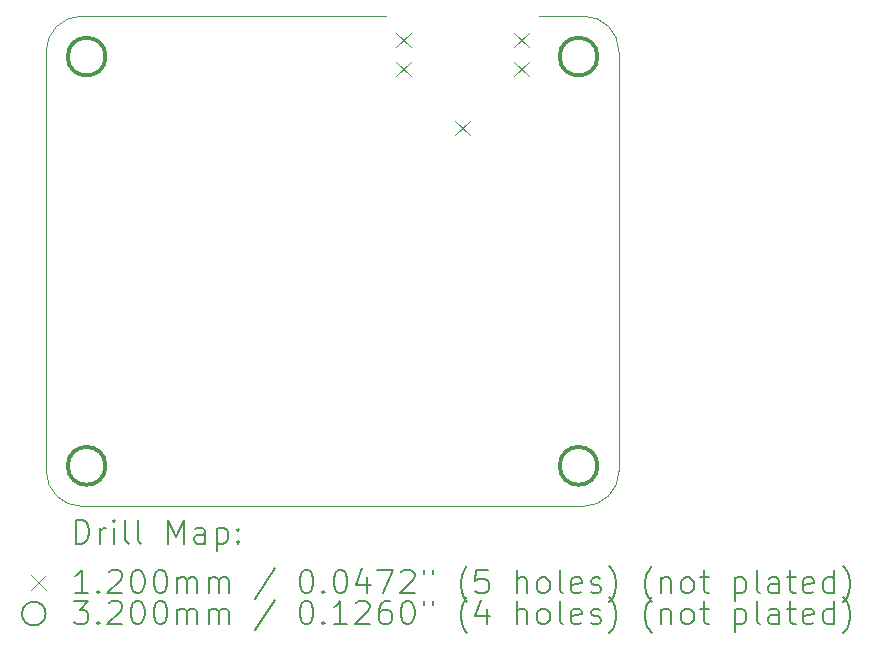
<source format=gbr>
%TF.GenerationSoftware,KiCad,Pcbnew,(6.0.7-1)-1*%
%TF.CreationDate,2022-08-15T15:40:16-06:00*%
%TF.ProjectId,led_modulator,6c65645f-6d6f-4647-956c-61746f722e6b,rev?*%
%TF.SameCoordinates,Original*%
%TF.FileFunction,Drillmap*%
%TF.FilePolarity,Positive*%
%FSLAX45Y45*%
G04 Gerber Fmt 4.5, Leading zero omitted, Abs format (unit mm)*
G04 Created by KiCad (PCBNEW (6.0.7-1)-1) date 2022-08-15 15:40:16*
%MOMM*%
%LPD*%
G01*
G04 APERTURE LIST*
%ADD10C,0.100000*%
%ADD11C,0.200000*%
%ADD12C,0.120000*%
%ADD13C,0.320000*%
G04 APERTURE END LIST*
D10*
X16050000Y-10900000D02*
G75*
G03*
X15750000Y-10600000I-300000J0D01*
G01*
X11200000Y-14450000D02*
G75*
G03*
X11500000Y-14750000I300000J0D01*
G01*
X11500000Y-10600000D02*
X14075000Y-10600000D01*
X11500000Y-10600000D02*
G75*
G03*
X11200000Y-10900000I0J-300000D01*
G01*
X15750000Y-14750000D02*
G75*
G03*
X16050000Y-14450000I0J300000D01*
G01*
X16050000Y-10900000D02*
X16050000Y-14450000D01*
X11200000Y-14450000D02*
X11200000Y-10900000D01*
X15750000Y-14750000D02*
X11500000Y-14750000D01*
X15375000Y-10600000D02*
X15750000Y-10600000D01*
D11*
D12*
X14165000Y-10740000D02*
X14285000Y-10860000D01*
X14285000Y-10740000D02*
X14165000Y-10860000D01*
X14165000Y-10990000D02*
X14285000Y-11110000D01*
X14285000Y-10990000D02*
X14165000Y-11110000D01*
X14665000Y-11490000D02*
X14785000Y-11610000D01*
X14785000Y-11490000D02*
X14665000Y-11610000D01*
X15165000Y-10740000D02*
X15285000Y-10860000D01*
X15285000Y-10740000D02*
X15165000Y-10860000D01*
X15165000Y-10990000D02*
X15285000Y-11110000D01*
X15285000Y-10990000D02*
X15165000Y-11110000D01*
D13*
X11702500Y-10942500D02*
G75*
G03*
X11702500Y-10942500I-160000J0D01*
G01*
X11702500Y-14407500D02*
G75*
G03*
X11702500Y-14407500I-160000J0D01*
G01*
X15867500Y-10942500D02*
G75*
G03*
X15867500Y-10942500I-160000J0D01*
G01*
X15867500Y-14407500D02*
G75*
G03*
X15867500Y-14407500I-160000J0D01*
G01*
D11*
X11452619Y-15065476D02*
X11452619Y-14865476D01*
X11500238Y-14865476D01*
X11528809Y-14875000D01*
X11547857Y-14894048D01*
X11557381Y-14913095D01*
X11566905Y-14951190D01*
X11566905Y-14979762D01*
X11557381Y-15017857D01*
X11547857Y-15036905D01*
X11528809Y-15055952D01*
X11500238Y-15065476D01*
X11452619Y-15065476D01*
X11652619Y-15065476D02*
X11652619Y-14932143D01*
X11652619Y-14970238D02*
X11662143Y-14951190D01*
X11671667Y-14941667D01*
X11690714Y-14932143D01*
X11709762Y-14932143D01*
X11776428Y-15065476D02*
X11776428Y-14932143D01*
X11776428Y-14865476D02*
X11766905Y-14875000D01*
X11776428Y-14884524D01*
X11785952Y-14875000D01*
X11776428Y-14865476D01*
X11776428Y-14884524D01*
X11900238Y-15065476D02*
X11881190Y-15055952D01*
X11871667Y-15036905D01*
X11871667Y-14865476D01*
X12005000Y-15065476D02*
X11985952Y-15055952D01*
X11976428Y-15036905D01*
X11976428Y-14865476D01*
X12233571Y-15065476D02*
X12233571Y-14865476D01*
X12300238Y-15008333D01*
X12366905Y-14865476D01*
X12366905Y-15065476D01*
X12547857Y-15065476D02*
X12547857Y-14960714D01*
X12538333Y-14941667D01*
X12519286Y-14932143D01*
X12481190Y-14932143D01*
X12462143Y-14941667D01*
X12547857Y-15055952D02*
X12528809Y-15065476D01*
X12481190Y-15065476D01*
X12462143Y-15055952D01*
X12452619Y-15036905D01*
X12452619Y-15017857D01*
X12462143Y-14998809D01*
X12481190Y-14989286D01*
X12528809Y-14989286D01*
X12547857Y-14979762D01*
X12643095Y-14932143D02*
X12643095Y-15132143D01*
X12643095Y-14941667D02*
X12662143Y-14932143D01*
X12700238Y-14932143D01*
X12719286Y-14941667D01*
X12728809Y-14951190D01*
X12738333Y-14970238D01*
X12738333Y-15027381D01*
X12728809Y-15046428D01*
X12719286Y-15055952D01*
X12700238Y-15065476D01*
X12662143Y-15065476D01*
X12643095Y-15055952D01*
X12824048Y-15046428D02*
X12833571Y-15055952D01*
X12824048Y-15065476D01*
X12814524Y-15055952D01*
X12824048Y-15046428D01*
X12824048Y-15065476D01*
X12824048Y-14941667D02*
X12833571Y-14951190D01*
X12824048Y-14960714D01*
X12814524Y-14951190D01*
X12824048Y-14941667D01*
X12824048Y-14960714D01*
D12*
X11075000Y-15335000D02*
X11195000Y-15455000D01*
X11195000Y-15335000D02*
X11075000Y-15455000D01*
D11*
X11557381Y-15485476D02*
X11443095Y-15485476D01*
X11500238Y-15485476D02*
X11500238Y-15285476D01*
X11481190Y-15314048D01*
X11462143Y-15333095D01*
X11443095Y-15342619D01*
X11643095Y-15466428D02*
X11652619Y-15475952D01*
X11643095Y-15485476D01*
X11633571Y-15475952D01*
X11643095Y-15466428D01*
X11643095Y-15485476D01*
X11728809Y-15304524D02*
X11738333Y-15295000D01*
X11757381Y-15285476D01*
X11805000Y-15285476D01*
X11824048Y-15295000D01*
X11833571Y-15304524D01*
X11843095Y-15323571D01*
X11843095Y-15342619D01*
X11833571Y-15371190D01*
X11719286Y-15485476D01*
X11843095Y-15485476D01*
X11966905Y-15285476D02*
X11985952Y-15285476D01*
X12005000Y-15295000D01*
X12014524Y-15304524D01*
X12024048Y-15323571D01*
X12033571Y-15361667D01*
X12033571Y-15409286D01*
X12024048Y-15447381D01*
X12014524Y-15466428D01*
X12005000Y-15475952D01*
X11985952Y-15485476D01*
X11966905Y-15485476D01*
X11947857Y-15475952D01*
X11938333Y-15466428D01*
X11928809Y-15447381D01*
X11919286Y-15409286D01*
X11919286Y-15361667D01*
X11928809Y-15323571D01*
X11938333Y-15304524D01*
X11947857Y-15295000D01*
X11966905Y-15285476D01*
X12157381Y-15285476D02*
X12176428Y-15285476D01*
X12195476Y-15295000D01*
X12205000Y-15304524D01*
X12214524Y-15323571D01*
X12224048Y-15361667D01*
X12224048Y-15409286D01*
X12214524Y-15447381D01*
X12205000Y-15466428D01*
X12195476Y-15475952D01*
X12176428Y-15485476D01*
X12157381Y-15485476D01*
X12138333Y-15475952D01*
X12128809Y-15466428D01*
X12119286Y-15447381D01*
X12109762Y-15409286D01*
X12109762Y-15361667D01*
X12119286Y-15323571D01*
X12128809Y-15304524D01*
X12138333Y-15295000D01*
X12157381Y-15285476D01*
X12309762Y-15485476D02*
X12309762Y-15352143D01*
X12309762Y-15371190D02*
X12319286Y-15361667D01*
X12338333Y-15352143D01*
X12366905Y-15352143D01*
X12385952Y-15361667D01*
X12395476Y-15380714D01*
X12395476Y-15485476D01*
X12395476Y-15380714D02*
X12405000Y-15361667D01*
X12424048Y-15352143D01*
X12452619Y-15352143D01*
X12471667Y-15361667D01*
X12481190Y-15380714D01*
X12481190Y-15485476D01*
X12576428Y-15485476D02*
X12576428Y-15352143D01*
X12576428Y-15371190D02*
X12585952Y-15361667D01*
X12605000Y-15352143D01*
X12633571Y-15352143D01*
X12652619Y-15361667D01*
X12662143Y-15380714D01*
X12662143Y-15485476D01*
X12662143Y-15380714D02*
X12671667Y-15361667D01*
X12690714Y-15352143D01*
X12719286Y-15352143D01*
X12738333Y-15361667D01*
X12747857Y-15380714D01*
X12747857Y-15485476D01*
X13138333Y-15275952D02*
X12966905Y-15533095D01*
X13395476Y-15285476D02*
X13414524Y-15285476D01*
X13433571Y-15295000D01*
X13443095Y-15304524D01*
X13452619Y-15323571D01*
X13462143Y-15361667D01*
X13462143Y-15409286D01*
X13452619Y-15447381D01*
X13443095Y-15466428D01*
X13433571Y-15475952D01*
X13414524Y-15485476D01*
X13395476Y-15485476D01*
X13376428Y-15475952D01*
X13366905Y-15466428D01*
X13357381Y-15447381D01*
X13347857Y-15409286D01*
X13347857Y-15361667D01*
X13357381Y-15323571D01*
X13366905Y-15304524D01*
X13376428Y-15295000D01*
X13395476Y-15285476D01*
X13547857Y-15466428D02*
X13557381Y-15475952D01*
X13547857Y-15485476D01*
X13538333Y-15475952D01*
X13547857Y-15466428D01*
X13547857Y-15485476D01*
X13681190Y-15285476D02*
X13700238Y-15285476D01*
X13719286Y-15295000D01*
X13728809Y-15304524D01*
X13738333Y-15323571D01*
X13747857Y-15361667D01*
X13747857Y-15409286D01*
X13738333Y-15447381D01*
X13728809Y-15466428D01*
X13719286Y-15475952D01*
X13700238Y-15485476D01*
X13681190Y-15485476D01*
X13662143Y-15475952D01*
X13652619Y-15466428D01*
X13643095Y-15447381D01*
X13633571Y-15409286D01*
X13633571Y-15361667D01*
X13643095Y-15323571D01*
X13652619Y-15304524D01*
X13662143Y-15295000D01*
X13681190Y-15285476D01*
X13919286Y-15352143D02*
X13919286Y-15485476D01*
X13871667Y-15275952D02*
X13824048Y-15418809D01*
X13947857Y-15418809D01*
X14005000Y-15285476D02*
X14138333Y-15285476D01*
X14052619Y-15485476D01*
X14205000Y-15304524D02*
X14214524Y-15295000D01*
X14233571Y-15285476D01*
X14281190Y-15285476D01*
X14300238Y-15295000D01*
X14309762Y-15304524D01*
X14319286Y-15323571D01*
X14319286Y-15342619D01*
X14309762Y-15371190D01*
X14195476Y-15485476D01*
X14319286Y-15485476D01*
X14395476Y-15285476D02*
X14395476Y-15323571D01*
X14471667Y-15285476D02*
X14471667Y-15323571D01*
X14766905Y-15561667D02*
X14757381Y-15552143D01*
X14738333Y-15523571D01*
X14728809Y-15504524D01*
X14719286Y-15475952D01*
X14709762Y-15428333D01*
X14709762Y-15390238D01*
X14719286Y-15342619D01*
X14728809Y-15314048D01*
X14738333Y-15295000D01*
X14757381Y-15266428D01*
X14766905Y-15256905D01*
X14938333Y-15285476D02*
X14843095Y-15285476D01*
X14833571Y-15380714D01*
X14843095Y-15371190D01*
X14862143Y-15361667D01*
X14909762Y-15361667D01*
X14928809Y-15371190D01*
X14938333Y-15380714D01*
X14947857Y-15399762D01*
X14947857Y-15447381D01*
X14938333Y-15466428D01*
X14928809Y-15475952D01*
X14909762Y-15485476D01*
X14862143Y-15485476D01*
X14843095Y-15475952D01*
X14833571Y-15466428D01*
X15185952Y-15485476D02*
X15185952Y-15285476D01*
X15271667Y-15485476D02*
X15271667Y-15380714D01*
X15262143Y-15361667D01*
X15243095Y-15352143D01*
X15214524Y-15352143D01*
X15195476Y-15361667D01*
X15185952Y-15371190D01*
X15395476Y-15485476D02*
X15376428Y-15475952D01*
X15366905Y-15466428D01*
X15357381Y-15447381D01*
X15357381Y-15390238D01*
X15366905Y-15371190D01*
X15376428Y-15361667D01*
X15395476Y-15352143D01*
X15424048Y-15352143D01*
X15443095Y-15361667D01*
X15452619Y-15371190D01*
X15462143Y-15390238D01*
X15462143Y-15447381D01*
X15452619Y-15466428D01*
X15443095Y-15475952D01*
X15424048Y-15485476D01*
X15395476Y-15485476D01*
X15576428Y-15485476D02*
X15557381Y-15475952D01*
X15547857Y-15456905D01*
X15547857Y-15285476D01*
X15728809Y-15475952D02*
X15709762Y-15485476D01*
X15671667Y-15485476D01*
X15652619Y-15475952D01*
X15643095Y-15456905D01*
X15643095Y-15380714D01*
X15652619Y-15361667D01*
X15671667Y-15352143D01*
X15709762Y-15352143D01*
X15728809Y-15361667D01*
X15738333Y-15380714D01*
X15738333Y-15399762D01*
X15643095Y-15418809D01*
X15814524Y-15475952D02*
X15833571Y-15485476D01*
X15871667Y-15485476D01*
X15890714Y-15475952D01*
X15900238Y-15456905D01*
X15900238Y-15447381D01*
X15890714Y-15428333D01*
X15871667Y-15418809D01*
X15843095Y-15418809D01*
X15824048Y-15409286D01*
X15814524Y-15390238D01*
X15814524Y-15380714D01*
X15824048Y-15361667D01*
X15843095Y-15352143D01*
X15871667Y-15352143D01*
X15890714Y-15361667D01*
X15966905Y-15561667D02*
X15976428Y-15552143D01*
X15995476Y-15523571D01*
X16005000Y-15504524D01*
X16014524Y-15475952D01*
X16024048Y-15428333D01*
X16024048Y-15390238D01*
X16014524Y-15342619D01*
X16005000Y-15314048D01*
X15995476Y-15295000D01*
X15976428Y-15266428D01*
X15966905Y-15256905D01*
X16328809Y-15561667D02*
X16319286Y-15552143D01*
X16300238Y-15523571D01*
X16290714Y-15504524D01*
X16281190Y-15475952D01*
X16271667Y-15428333D01*
X16271667Y-15390238D01*
X16281190Y-15342619D01*
X16290714Y-15314048D01*
X16300238Y-15295000D01*
X16319286Y-15266428D01*
X16328809Y-15256905D01*
X16405000Y-15352143D02*
X16405000Y-15485476D01*
X16405000Y-15371190D02*
X16414524Y-15361667D01*
X16433571Y-15352143D01*
X16462143Y-15352143D01*
X16481190Y-15361667D01*
X16490714Y-15380714D01*
X16490714Y-15485476D01*
X16614524Y-15485476D02*
X16595476Y-15475952D01*
X16585952Y-15466428D01*
X16576428Y-15447381D01*
X16576428Y-15390238D01*
X16585952Y-15371190D01*
X16595476Y-15361667D01*
X16614524Y-15352143D01*
X16643095Y-15352143D01*
X16662143Y-15361667D01*
X16671667Y-15371190D01*
X16681190Y-15390238D01*
X16681190Y-15447381D01*
X16671667Y-15466428D01*
X16662143Y-15475952D01*
X16643095Y-15485476D01*
X16614524Y-15485476D01*
X16738333Y-15352143D02*
X16814524Y-15352143D01*
X16766905Y-15285476D02*
X16766905Y-15456905D01*
X16776428Y-15475952D01*
X16795476Y-15485476D01*
X16814524Y-15485476D01*
X17033571Y-15352143D02*
X17033571Y-15552143D01*
X17033571Y-15361667D02*
X17052619Y-15352143D01*
X17090714Y-15352143D01*
X17109762Y-15361667D01*
X17119286Y-15371190D01*
X17128810Y-15390238D01*
X17128810Y-15447381D01*
X17119286Y-15466428D01*
X17109762Y-15475952D01*
X17090714Y-15485476D01*
X17052619Y-15485476D01*
X17033571Y-15475952D01*
X17243095Y-15485476D02*
X17224048Y-15475952D01*
X17214524Y-15456905D01*
X17214524Y-15285476D01*
X17405000Y-15485476D02*
X17405000Y-15380714D01*
X17395476Y-15361667D01*
X17376429Y-15352143D01*
X17338333Y-15352143D01*
X17319286Y-15361667D01*
X17405000Y-15475952D02*
X17385952Y-15485476D01*
X17338333Y-15485476D01*
X17319286Y-15475952D01*
X17309762Y-15456905D01*
X17309762Y-15437857D01*
X17319286Y-15418809D01*
X17338333Y-15409286D01*
X17385952Y-15409286D01*
X17405000Y-15399762D01*
X17471667Y-15352143D02*
X17547857Y-15352143D01*
X17500238Y-15285476D02*
X17500238Y-15456905D01*
X17509762Y-15475952D01*
X17528810Y-15485476D01*
X17547857Y-15485476D01*
X17690714Y-15475952D02*
X17671667Y-15485476D01*
X17633571Y-15485476D01*
X17614524Y-15475952D01*
X17605000Y-15456905D01*
X17605000Y-15380714D01*
X17614524Y-15361667D01*
X17633571Y-15352143D01*
X17671667Y-15352143D01*
X17690714Y-15361667D01*
X17700238Y-15380714D01*
X17700238Y-15399762D01*
X17605000Y-15418809D01*
X17871667Y-15485476D02*
X17871667Y-15285476D01*
X17871667Y-15475952D02*
X17852619Y-15485476D01*
X17814524Y-15485476D01*
X17795476Y-15475952D01*
X17785952Y-15466428D01*
X17776429Y-15447381D01*
X17776429Y-15390238D01*
X17785952Y-15371190D01*
X17795476Y-15361667D01*
X17814524Y-15352143D01*
X17852619Y-15352143D01*
X17871667Y-15361667D01*
X17947857Y-15561667D02*
X17957381Y-15552143D01*
X17976429Y-15523571D01*
X17985952Y-15504524D01*
X17995476Y-15475952D01*
X18005000Y-15428333D01*
X18005000Y-15390238D01*
X17995476Y-15342619D01*
X17985952Y-15314048D01*
X17976429Y-15295000D01*
X17957381Y-15266428D01*
X17947857Y-15256905D01*
X11195000Y-15659000D02*
G75*
G03*
X11195000Y-15659000I-100000J0D01*
G01*
X11433571Y-15549476D02*
X11557381Y-15549476D01*
X11490714Y-15625667D01*
X11519286Y-15625667D01*
X11538333Y-15635190D01*
X11547857Y-15644714D01*
X11557381Y-15663762D01*
X11557381Y-15711381D01*
X11547857Y-15730428D01*
X11538333Y-15739952D01*
X11519286Y-15749476D01*
X11462143Y-15749476D01*
X11443095Y-15739952D01*
X11433571Y-15730428D01*
X11643095Y-15730428D02*
X11652619Y-15739952D01*
X11643095Y-15749476D01*
X11633571Y-15739952D01*
X11643095Y-15730428D01*
X11643095Y-15749476D01*
X11728809Y-15568524D02*
X11738333Y-15559000D01*
X11757381Y-15549476D01*
X11805000Y-15549476D01*
X11824048Y-15559000D01*
X11833571Y-15568524D01*
X11843095Y-15587571D01*
X11843095Y-15606619D01*
X11833571Y-15635190D01*
X11719286Y-15749476D01*
X11843095Y-15749476D01*
X11966905Y-15549476D02*
X11985952Y-15549476D01*
X12005000Y-15559000D01*
X12014524Y-15568524D01*
X12024048Y-15587571D01*
X12033571Y-15625667D01*
X12033571Y-15673286D01*
X12024048Y-15711381D01*
X12014524Y-15730428D01*
X12005000Y-15739952D01*
X11985952Y-15749476D01*
X11966905Y-15749476D01*
X11947857Y-15739952D01*
X11938333Y-15730428D01*
X11928809Y-15711381D01*
X11919286Y-15673286D01*
X11919286Y-15625667D01*
X11928809Y-15587571D01*
X11938333Y-15568524D01*
X11947857Y-15559000D01*
X11966905Y-15549476D01*
X12157381Y-15549476D02*
X12176428Y-15549476D01*
X12195476Y-15559000D01*
X12205000Y-15568524D01*
X12214524Y-15587571D01*
X12224048Y-15625667D01*
X12224048Y-15673286D01*
X12214524Y-15711381D01*
X12205000Y-15730428D01*
X12195476Y-15739952D01*
X12176428Y-15749476D01*
X12157381Y-15749476D01*
X12138333Y-15739952D01*
X12128809Y-15730428D01*
X12119286Y-15711381D01*
X12109762Y-15673286D01*
X12109762Y-15625667D01*
X12119286Y-15587571D01*
X12128809Y-15568524D01*
X12138333Y-15559000D01*
X12157381Y-15549476D01*
X12309762Y-15749476D02*
X12309762Y-15616143D01*
X12309762Y-15635190D02*
X12319286Y-15625667D01*
X12338333Y-15616143D01*
X12366905Y-15616143D01*
X12385952Y-15625667D01*
X12395476Y-15644714D01*
X12395476Y-15749476D01*
X12395476Y-15644714D02*
X12405000Y-15625667D01*
X12424048Y-15616143D01*
X12452619Y-15616143D01*
X12471667Y-15625667D01*
X12481190Y-15644714D01*
X12481190Y-15749476D01*
X12576428Y-15749476D02*
X12576428Y-15616143D01*
X12576428Y-15635190D02*
X12585952Y-15625667D01*
X12605000Y-15616143D01*
X12633571Y-15616143D01*
X12652619Y-15625667D01*
X12662143Y-15644714D01*
X12662143Y-15749476D01*
X12662143Y-15644714D02*
X12671667Y-15625667D01*
X12690714Y-15616143D01*
X12719286Y-15616143D01*
X12738333Y-15625667D01*
X12747857Y-15644714D01*
X12747857Y-15749476D01*
X13138333Y-15539952D02*
X12966905Y-15797095D01*
X13395476Y-15549476D02*
X13414524Y-15549476D01*
X13433571Y-15559000D01*
X13443095Y-15568524D01*
X13452619Y-15587571D01*
X13462143Y-15625667D01*
X13462143Y-15673286D01*
X13452619Y-15711381D01*
X13443095Y-15730428D01*
X13433571Y-15739952D01*
X13414524Y-15749476D01*
X13395476Y-15749476D01*
X13376428Y-15739952D01*
X13366905Y-15730428D01*
X13357381Y-15711381D01*
X13347857Y-15673286D01*
X13347857Y-15625667D01*
X13357381Y-15587571D01*
X13366905Y-15568524D01*
X13376428Y-15559000D01*
X13395476Y-15549476D01*
X13547857Y-15730428D02*
X13557381Y-15739952D01*
X13547857Y-15749476D01*
X13538333Y-15739952D01*
X13547857Y-15730428D01*
X13547857Y-15749476D01*
X13747857Y-15749476D02*
X13633571Y-15749476D01*
X13690714Y-15749476D02*
X13690714Y-15549476D01*
X13671667Y-15578048D01*
X13652619Y-15597095D01*
X13633571Y-15606619D01*
X13824048Y-15568524D02*
X13833571Y-15559000D01*
X13852619Y-15549476D01*
X13900238Y-15549476D01*
X13919286Y-15559000D01*
X13928809Y-15568524D01*
X13938333Y-15587571D01*
X13938333Y-15606619D01*
X13928809Y-15635190D01*
X13814524Y-15749476D01*
X13938333Y-15749476D01*
X14109762Y-15549476D02*
X14071667Y-15549476D01*
X14052619Y-15559000D01*
X14043095Y-15568524D01*
X14024048Y-15597095D01*
X14014524Y-15635190D01*
X14014524Y-15711381D01*
X14024048Y-15730428D01*
X14033571Y-15739952D01*
X14052619Y-15749476D01*
X14090714Y-15749476D01*
X14109762Y-15739952D01*
X14119286Y-15730428D01*
X14128809Y-15711381D01*
X14128809Y-15663762D01*
X14119286Y-15644714D01*
X14109762Y-15635190D01*
X14090714Y-15625667D01*
X14052619Y-15625667D01*
X14033571Y-15635190D01*
X14024048Y-15644714D01*
X14014524Y-15663762D01*
X14252619Y-15549476D02*
X14271667Y-15549476D01*
X14290714Y-15559000D01*
X14300238Y-15568524D01*
X14309762Y-15587571D01*
X14319286Y-15625667D01*
X14319286Y-15673286D01*
X14309762Y-15711381D01*
X14300238Y-15730428D01*
X14290714Y-15739952D01*
X14271667Y-15749476D01*
X14252619Y-15749476D01*
X14233571Y-15739952D01*
X14224048Y-15730428D01*
X14214524Y-15711381D01*
X14205000Y-15673286D01*
X14205000Y-15625667D01*
X14214524Y-15587571D01*
X14224048Y-15568524D01*
X14233571Y-15559000D01*
X14252619Y-15549476D01*
X14395476Y-15549476D02*
X14395476Y-15587571D01*
X14471667Y-15549476D02*
X14471667Y-15587571D01*
X14766905Y-15825667D02*
X14757381Y-15816143D01*
X14738333Y-15787571D01*
X14728809Y-15768524D01*
X14719286Y-15739952D01*
X14709762Y-15692333D01*
X14709762Y-15654238D01*
X14719286Y-15606619D01*
X14728809Y-15578048D01*
X14738333Y-15559000D01*
X14757381Y-15530428D01*
X14766905Y-15520905D01*
X14928809Y-15616143D02*
X14928809Y-15749476D01*
X14881190Y-15539952D02*
X14833571Y-15682809D01*
X14957381Y-15682809D01*
X15185952Y-15749476D02*
X15185952Y-15549476D01*
X15271667Y-15749476D02*
X15271667Y-15644714D01*
X15262143Y-15625667D01*
X15243095Y-15616143D01*
X15214524Y-15616143D01*
X15195476Y-15625667D01*
X15185952Y-15635190D01*
X15395476Y-15749476D02*
X15376428Y-15739952D01*
X15366905Y-15730428D01*
X15357381Y-15711381D01*
X15357381Y-15654238D01*
X15366905Y-15635190D01*
X15376428Y-15625667D01*
X15395476Y-15616143D01*
X15424048Y-15616143D01*
X15443095Y-15625667D01*
X15452619Y-15635190D01*
X15462143Y-15654238D01*
X15462143Y-15711381D01*
X15452619Y-15730428D01*
X15443095Y-15739952D01*
X15424048Y-15749476D01*
X15395476Y-15749476D01*
X15576428Y-15749476D02*
X15557381Y-15739952D01*
X15547857Y-15720905D01*
X15547857Y-15549476D01*
X15728809Y-15739952D02*
X15709762Y-15749476D01*
X15671667Y-15749476D01*
X15652619Y-15739952D01*
X15643095Y-15720905D01*
X15643095Y-15644714D01*
X15652619Y-15625667D01*
X15671667Y-15616143D01*
X15709762Y-15616143D01*
X15728809Y-15625667D01*
X15738333Y-15644714D01*
X15738333Y-15663762D01*
X15643095Y-15682809D01*
X15814524Y-15739952D02*
X15833571Y-15749476D01*
X15871667Y-15749476D01*
X15890714Y-15739952D01*
X15900238Y-15720905D01*
X15900238Y-15711381D01*
X15890714Y-15692333D01*
X15871667Y-15682809D01*
X15843095Y-15682809D01*
X15824048Y-15673286D01*
X15814524Y-15654238D01*
X15814524Y-15644714D01*
X15824048Y-15625667D01*
X15843095Y-15616143D01*
X15871667Y-15616143D01*
X15890714Y-15625667D01*
X15966905Y-15825667D02*
X15976428Y-15816143D01*
X15995476Y-15787571D01*
X16005000Y-15768524D01*
X16014524Y-15739952D01*
X16024048Y-15692333D01*
X16024048Y-15654238D01*
X16014524Y-15606619D01*
X16005000Y-15578048D01*
X15995476Y-15559000D01*
X15976428Y-15530428D01*
X15966905Y-15520905D01*
X16328809Y-15825667D02*
X16319286Y-15816143D01*
X16300238Y-15787571D01*
X16290714Y-15768524D01*
X16281190Y-15739952D01*
X16271667Y-15692333D01*
X16271667Y-15654238D01*
X16281190Y-15606619D01*
X16290714Y-15578048D01*
X16300238Y-15559000D01*
X16319286Y-15530428D01*
X16328809Y-15520905D01*
X16405000Y-15616143D02*
X16405000Y-15749476D01*
X16405000Y-15635190D02*
X16414524Y-15625667D01*
X16433571Y-15616143D01*
X16462143Y-15616143D01*
X16481190Y-15625667D01*
X16490714Y-15644714D01*
X16490714Y-15749476D01*
X16614524Y-15749476D02*
X16595476Y-15739952D01*
X16585952Y-15730428D01*
X16576428Y-15711381D01*
X16576428Y-15654238D01*
X16585952Y-15635190D01*
X16595476Y-15625667D01*
X16614524Y-15616143D01*
X16643095Y-15616143D01*
X16662143Y-15625667D01*
X16671667Y-15635190D01*
X16681190Y-15654238D01*
X16681190Y-15711381D01*
X16671667Y-15730428D01*
X16662143Y-15739952D01*
X16643095Y-15749476D01*
X16614524Y-15749476D01*
X16738333Y-15616143D02*
X16814524Y-15616143D01*
X16766905Y-15549476D02*
X16766905Y-15720905D01*
X16776428Y-15739952D01*
X16795476Y-15749476D01*
X16814524Y-15749476D01*
X17033571Y-15616143D02*
X17033571Y-15816143D01*
X17033571Y-15625667D02*
X17052619Y-15616143D01*
X17090714Y-15616143D01*
X17109762Y-15625667D01*
X17119286Y-15635190D01*
X17128810Y-15654238D01*
X17128810Y-15711381D01*
X17119286Y-15730428D01*
X17109762Y-15739952D01*
X17090714Y-15749476D01*
X17052619Y-15749476D01*
X17033571Y-15739952D01*
X17243095Y-15749476D02*
X17224048Y-15739952D01*
X17214524Y-15720905D01*
X17214524Y-15549476D01*
X17405000Y-15749476D02*
X17405000Y-15644714D01*
X17395476Y-15625667D01*
X17376429Y-15616143D01*
X17338333Y-15616143D01*
X17319286Y-15625667D01*
X17405000Y-15739952D02*
X17385952Y-15749476D01*
X17338333Y-15749476D01*
X17319286Y-15739952D01*
X17309762Y-15720905D01*
X17309762Y-15701857D01*
X17319286Y-15682809D01*
X17338333Y-15673286D01*
X17385952Y-15673286D01*
X17405000Y-15663762D01*
X17471667Y-15616143D02*
X17547857Y-15616143D01*
X17500238Y-15549476D02*
X17500238Y-15720905D01*
X17509762Y-15739952D01*
X17528810Y-15749476D01*
X17547857Y-15749476D01*
X17690714Y-15739952D02*
X17671667Y-15749476D01*
X17633571Y-15749476D01*
X17614524Y-15739952D01*
X17605000Y-15720905D01*
X17605000Y-15644714D01*
X17614524Y-15625667D01*
X17633571Y-15616143D01*
X17671667Y-15616143D01*
X17690714Y-15625667D01*
X17700238Y-15644714D01*
X17700238Y-15663762D01*
X17605000Y-15682809D01*
X17871667Y-15749476D02*
X17871667Y-15549476D01*
X17871667Y-15739952D02*
X17852619Y-15749476D01*
X17814524Y-15749476D01*
X17795476Y-15739952D01*
X17785952Y-15730428D01*
X17776429Y-15711381D01*
X17776429Y-15654238D01*
X17785952Y-15635190D01*
X17795476Y-15625667D01*
X17814524Y-15616143D01*
X17852619Y-15616143D01*
X17871667Y-15625667D01*
X17947857Y-15825667D02*
X17957381Y-15816143D01*
X17976429Y-15787571D01*
X17985952Y-15768524D01*
X17995476Y-15739952D01*
X18005000Y-15692333D01*
X18005000Y-15654238D01*
X17995476Y-15606619D01*
X17985952Y-15578048D01*
X17976429Y-15559000D01*
X17957381Y-15530428D01*
X17947857Y-15520905D01*
M02*

</source>
